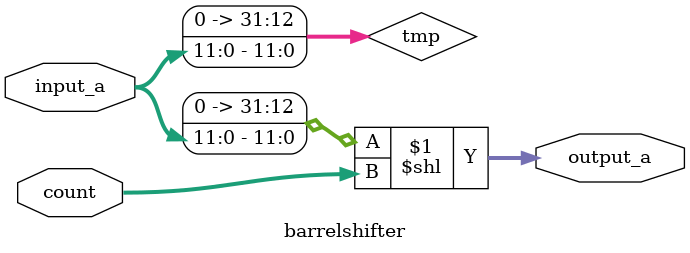
<source format=v>
module barrelshifter (input_a, count, output_a);
parameter K = 6;
parameter N = 16;
parameter M = 16;
input [$clog2(M):0] count;
input [(K*2)-1:0] input_a;
output [(N+M)-1:0] output_a;
wire [(N + M)-1:0] tmp;
assign tmp = {{((N + M)-(K*2)){1'b0}}, input_a};
assign output_a=(tmp<<count);
endmodule
</source>
